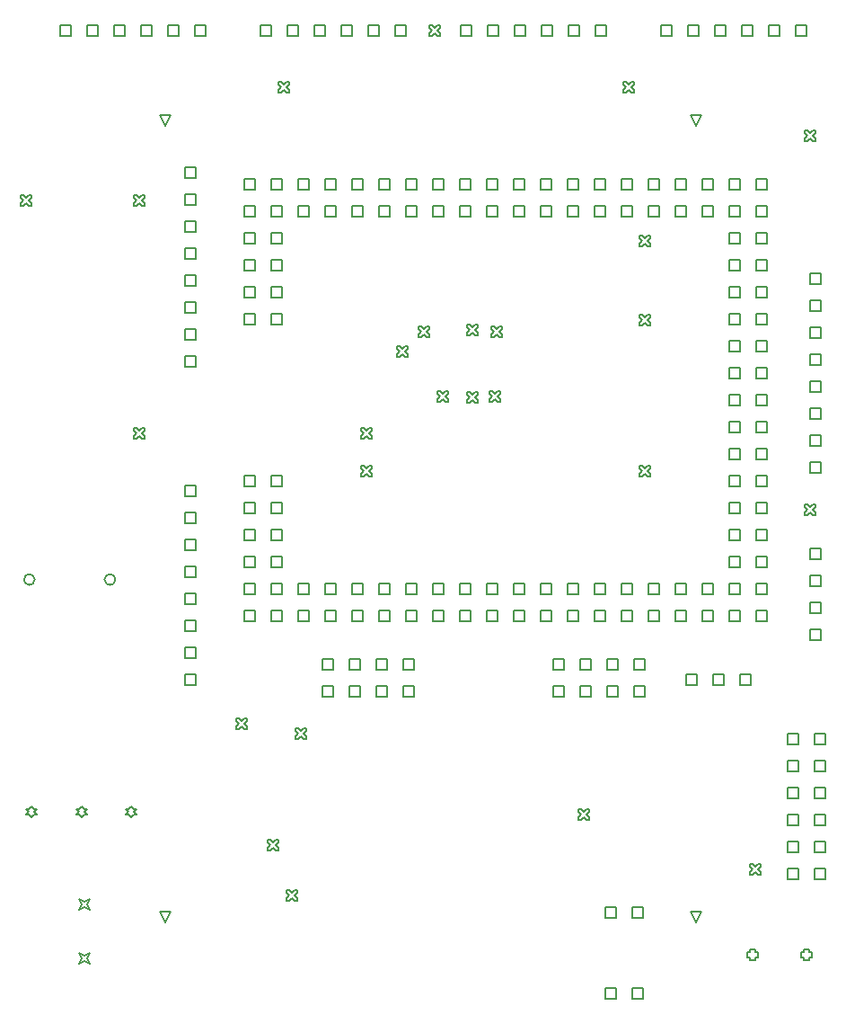
<source format=gbr>
%TF.GenerationSoftware,Altium Limited,Altium Designer,22.3.1 (43)*%
G04 Layer_Color=2752767*
%FSLAX26Y26*%
%MOIN*%
%TF.SameCoordinates,A6686B76-6886-4B69-866F-DC8958589E3E*%
%TF.FilePolarity,Positive*%
%TF.FileFunction,Drawing*%
%TF.Part,Single*%
G01*
G75*
%TA.AperFunction,NonConductor*%
%ADD54C,0.005000*%
%ADD114C,0.006667*%
D54*
X2990000Y1420000D02*
Y1460000D01*
X3030000D01*
Y1420000D01*
X2990000D01*
Y1520000D02*
Y1560000D01*
X3030000D01*
Y1520000D01*
X2990000D01*
Y1620000D02*
Y1660000D01*
X3030000D01*
Y1620000D01*
X2990000D01*
Y1720000D02*
Y1760000D01*
X3030000D01*
Y1720000D01*
X2990000D01*
X670000Y1255000D02*
Y1295000D01*
X710000D01*
Y1255000D01*
X670000D01*
Y1355000D02*
Y1395000D01*
X710000D01*
Y1355000D01*
X670000D01*
Y1455000D02*
Y1495000D01*
X710000D01*
Y1455000D01*
X670000D01*
Y1555000D02*
Y1595000D01*
X710000D01*
Y1555000D01*
X670000D01*
Y1655000D02*
Y1695000D01*
X710000D01*
Y1655000D01*
X670000D01*
Y1755000D02*
Y1795000D01*
X710000D01*
Y1755000D01*
X670000D01*
Y1855000D02*
Y1895000D01*
X710000D01*
Y1855000D01*
X670000D01*
Y1955000D02*
Y1995000D01*
X710000D01*
Y1955000D01*
X670000D01*
X2690000Y1590000D02*
Y1630000D01*
X2730000D01*
Y1590000D01*
X2690000D01*
Y1490000D02*
Y1530000D01*
X2730000D01*
Y1490000D01*
X2690000D01*
X2790000Y1590000D02*
Y1630000D01*
X2830000D01*
Y1590000D01*
X2790000D01*
Y1490000D02*
Y1530000D01*
X2830000D01*
Y1490000D01*
X2790000D01*
X2690000Y1690000D02*
Y1730000D01*
X2730000D01*
Y1690000D01*
X2690000D01*
X2790000D02*
Y1730000D01*
X2830000D01*
Y1690000D01*
X2790000D01*
X2690000Y1790000D02*
Y1830000D01*
X2730000D01*
Y1790000D01*
X2690000D01*
X2790000D02*
Y1830000D01*
X2830000D01*
Y1790000D01*
X2790000D01*
X2690000Y1890000D02*
Y1930000D01*
X2730000D01*
Y1890000D01*
X2690000D01*
X2790000D02*
Y1930000D01*
X2830000D01*
Y1890000D01*
X2790000D01*
X2690000Y1990000D02*
Y2030000D01*
X2730000D01*
Y1990000D01*
X2690000D01*
X2790000D02*
Y2030000D01*
X2830000D01*
Y1990000D01*
X2790000D01*
X2690000Y2090000D02*
Y2130000D01*
X2730000D01*
Y2090000D01*
X2690000D01*
X2790000D02*
Y2130000D01*
X2830000D01*
Y2090000D01*
X2790000D01*
X2690000Y2190000D02*
Y2230000D01*
X2730000D01*
Y2190000D01*
X2690000D01*
X2790000D02*
Y2230000D01*
X2830000D01*
Y2190000D01*
X2790000D01*
X2690000Y2290000D02*
Y2330000D01*
X2730000D01*
Y2290000D01*
X2690000D01*
X2790000D02*
Y2330000D01*
X2830000D01*
Y2290000D01*
X2790000D01*
X2690000Y2390000D02*
Y2430000D01*
X2730000D01*
Y2390000D01*
X2690000D01*
X2790000D02*
Y2430000D01*
X2830000D01*
Y2390000D01*
X2790000D01*
X2690000Y2490000D02*
Y2530000D01*
X2730000D01*
Y2490000D01*
X2690000D01*
X2790000D02*
Y2530000D01*
X2830000D01*
Y2490000D01*
X2790000D01*
X2690000Y2590000D02*
Y2630000D01*
X2730000D01*
Y2590000D01*
X2690000D01*
X2790000D02*
Y2630000D01*
X2830000D01*
Y2590000D01*
X2790000D01*
X2690000Y2690000D02*
Y2730000D01*
X2730000D01*
Y2690000D01*
X2690000D01*
X2790000D02*
Y2730000D01*
X2830000D01*
Y2690000D01*
X2790000D01*
X2690000Y2790000D02*
Y2830000D01*
X2730000D01*
Y2790000D01*
X2690000D01*
X2790000D02*
Y2830000D01*
X2830000D01*
Y2790000D01*
X2790000D01*
X2690000Y2890000D02*
Y2930000D01*
X2730000D01*
Y2890000D01*
X2690000D01*
X2790000D02*
Y2930000D01*
X2830000D01*
Y2890000D01*
X2790000D01*
X2590000Y1490000D02*
Y1530000D01*
X2630000D01*
Y1490000D01*
X2590000D01*
Y1590000D02*
Y1630000D01*
X2630000D01*
Y1590000D01*
X2590000D01*
X2490000Y1490000D02*
Y1530000D01*
X2530000D01*
Y1490000D01*
X2490000D01*
Y1590000D02*
Y1630000D01*
X2530000D01*
Y1590000D01*
X2490000D01*
X2390000Y1490000D02*
Y1530000D01*
X2430000D01*
Y1490000D01*
X2390000D01*
Y1590000D02*
Y1630000D01*
X2430000D01*
Y1590000D01*
X2390000D01*
X2290000Y1490000D02*
Y1530000D01*
X2330000D01*
Y1490000D01*
X2290000D01*
Y1590000D02*
Y1630000D01*
X2330000D01*
Y1590000D01*
X2290000D01*
X2190000Y1490000D02*
Y1530000D01*
X2230000D01*
Y1490000D01*
X2190000D01*
Y1590000D02*
Y1630000D01*
X2230000D01*
Y1590000D01*
X2190000D01*
X2090000Y1490000D02*
Y1530000D01*
X2130000D01*
Y1490000D01*
X2090000D01*
Y1590000D02*
Y1630000D01*
X2130000D01*
Y1590000D01*
X2090000D01*
X1990000Y1490000D02*
Y1530000D01*
X2030000D01*
Y1490000D01*
X1990000D01*
Y1590000D02*
Y1630000D01*
X2030000D01*
Y1590000D01*
X1990000D01*
X1890000Y1490000D02*
Y1530000D01*
X1930000D01*
Y1490000D01*
X1890000D01*
Y1590000D02*
Y1630000D01*
X1930000D01*
Y1590000D01*
X1890000D01*
X1790000Y1490000D02*
Y1530000D01*
X1830000D01*
Y1490000D01*
X1790000D01*
Y1590000D02*
Y1630000D01*
X1830000D01*
Y1590000D01*
X1790000D01*
X1690000Y1490000D02*
Y1530000D01*
X1730000D01*
Y1490000D01*
X1690000D01*
Y1590000D02*
Y1630000D01*
X1730000D01*
Y1590000D01*
X1690000D01*
X2490000Y2990000D02*
Y3030000D01*
X2530000D01*
Y2990000D01*
X2490000D01*
Y3090000D02*
Y3130000D01*
X2530000D01*
Y3090000D01*
X2490000D01*
X2590000Y2990000D02*
Y3030000D01*
X2630000D01*
Y2990000D01*
X2590000D01*
Y3090000D02*
Y3130000D01*
X2630000D01*
Y3090000D01*
X2590000D01*
X2690000Y2990000D02*
Y3030000D01*
X2730000D01*
Y2990000D01*
X2690000D01*
X2790000D02*
Y3030000D01*
X2830000D01*
Y2990000D01*
X2790000D01*
X2690000Y3090000D02*
Y3130000D01*
X2730000D01*
Y3090000D01*
X2690000D01*
X2790000D02*
Y3130000D01*
X2830000D01*
Y3090000D01*
X2790000D01*
X1590000Y1490000D02*
Y1530000D01*
X1630000D01*
Y1490000D01*
X1590000D01*
Y1590000D02*
Y1630000D01*
X1630000D01*
Y1590000D01*
X1590000D01*
X1490000Y1490000D02*
Y1530000D01*
X1530000D01*
Y1490000D01*
X1490000D01*
Y1590000D02*
Y1630000D01*
X1530000D01*
Y1590000D01*
X1490000D01*
X1390000Y1490000D02*
Y1530000D01*
X1430000D01*
Y1490000D01*
X1390000D01*
Y1590000D02*
Y1630000D01*
X1430000D01*
Y1590000D01*
X1390000D01*
X1290000Y1490000D02*
Y1530000D01*
X1330000D01*
Y1490000D01*
X1290000D01*
Y1590000D02*
Y1630000D01*
X1330000D01*
Y1590000D01*
X1290000D01*
X1190000Y1490000D02*
Y1530000D01*
X1230000D01*
Y1490000D01*
X1190000D01*
Y1590000D02*
Y1630000D01*
X1230000D01*
Y1590000D01*
X1190000D01*
X1090000Y1490000D02*
Y1530000D01*
X1130000D01*
Y1490000D01*
X1090000D01*
Y1590000D02*
Y1630000D01*
X1130000D01*
Y1590000D01*
X1090000D01*
X990000Y1490000D02*
Y1530000D01*
X1030000D01*
Y1490000D01*
X990000D01*
Y1590000D02*
Y1630000D01*
X1030000D01*
Y1590000D01*
X990000D01*
X890000Y1490000D02*
Y1530000D01*
X930000D01*
Y1490000D01*
X890000D01*
Y1590000D02*
Y1630000D01*
X930000D01*
Y1590000D01*
X890000D01*
Y1690000D02*
Y1730000D01*
X930000D01*
Y1690000D01*
X890000D01*
X990000D02*
Y1730000D01*
X1030000D01*
Y1690000D01*
X990000D01*
X890000Y1790000D02*
Y1830000D01*
X930000D01*
Y1790000D01*
X890000D01*
X990000D02*
Y1830000D01*
X1030000D01*
Y1790000D01*
X990000D01*
X890000Y1890000D02*
Y1930000D01*
X930000D01*
Y1890000D01*
X890000D01*
X990000D02*
Y1930000D01*
X1030000D01*
Y1890000D01*
X990000D01*
X890000Y1990000D02*
Y2030000D01*
X930000D01*
Y1990000D01*
X890000D01*
X990000D02*
Y2030000D01*
X1030000D01*
Y1990000D01*
X990000D01*
Y2590000D02*
Y2630000D01*
X1030000D01*
Y2590000D01*
X990000D01*
X890000D02*
Y2630000D01*
X930000D01*
Y2590000D01*
X890000D01*
X990000Y2690000D02*
Y2730000D01*
X1030000D01*
Y2690000D01*
X990000D01*
X890000D02*
Y2730000D01*
X930000D01*
Y2690000D01*
X890000D01*
X990000Y2790000D02*
Y2830000D01*
X1030000D01*
Y2790000D01*
X990000D01*
X890000D02*
Y2830000D01*
X930000D01*
Y2790000D01*
X890000D01*
X990000Y2890000D02*
Y2930000D01*
X1030000D01*
Y2890000D01*
X990000D01*
X890000D02*
Y2930000D01*
X930000D01*
Y2890000D01*
X890000D01*
Y2990000D02*
Y3030000D01*
X930000D01*
Y2990000D01*
X890000D01*
Y3090000D02*
Y3130000D01*
X930000D01*
Y3090000D01*
X890000D01*
X990000Y2990000D02*
Y3030000D01*
X1030000D01*
Y2990000D01*
X990000D01*
Y3090000D02*
Y3130000D01*
X1030000D01*
Y3090000D01*
X990000D01*
X1090000Y2990000D02*
Y3030000D01*
X1130000D01*
Y2990000D01*
X1090000D01*
Y3090000D02*
Y3130000D01*
X1130000D01*
Y3090000D01*
X1090000D01*
X1190000Y2990000D02*
Y3030000D01*
X1230000D01*
Y2990000D01*
X1190000D01*
Y3090000D02*
Y3130000D01*
X1230000D01*
Y3090000D01*
X1190000D01*
X1290000Y2990000D02*
Y3030000D01*
X1330000D01*
Y2990000D01*
X1290000D01*
Y3090000D02*
Y3130000D01*
X1330000D01*
Y3090000D01*
X1290000D01*
X1390000Y2990000D02*
Y3030000D01*
X1430000D01*
Y2990000D01*
X1390000D01*
Y3090000D02*
Y3130000D01*
X1430000D01*
Y3090000D01*
X1390000D01*
X1490000Y2990000D02*
Y3030000D01*
X1530000D01*
Y2990000D01*
X1490000D01*
Y3090000D02*
Y3130000D01*
X1530000D01*
Y3090000D01*
X1490000D01*
X1590000Y2990000D02*
Y3030000D01*
X1630000D01*
Y2990000D01*
X1590000D01*
Y3090000D02*
Y3130000D01*
X1630000D01*
Y3090000D01*
X1590000D01*
X1690000Y2990000D02*
Y3030000D01*
X1730000D01*
Y2990000D01*
X1690000D01*
Y3090000D02*
Y3130000D01*
X1730000D01*
Y3090000D01*
X1690000D01*
X1790000Y2990000D02*
Y3030000D01*
X1830000D01*
Y2990000D01*
X1790000D01*
Y3090000D02*
Y3130000D01*
X1830000D01*
Y3090000D01*
X1790000D01*
X1890000Y2990000D02*
Y3030000D01*
X1930000D01*
Y2990000D01*
X1890000D01*
Y3090000D02*
Y3130000D01*
X1930000D01*
Y3090000D01*
X1890000D01*
X1990000Y2990000D02*
Y3030000D01*
X2030000D01*
Y2990000D01*
X1990000D01*
Y3090000D02*
Y3130000D01*
X2030000D01*
Y3090000D01*
X1990000D01*
X2090000Y2990000D02*
Y3030000D01*
X2130000D01*
Y2990000D01*
X2090000D01*
Y3090000D02*
Y3130000D01*
X2130000D01*
Y3090000D01*
X2090000D01*
X2190000Y2990000D02*
Y3030000D01*
X2230000D01*
Y2990000D01*
X2190000D01*
Y3090000D02*
Y3130000D01*
X2230000D01*
Y3090000D01*
X2190000D01*
X2290000Y2990000D02*
Y3030000D01*
X2330000D01*
Y2990000D01*
X2290000D01*
Y3090000D02*
Y3130000D01*
X2330000D01*
Y3090000D01*
X2290000D01*
X2390000Y2990000D02*
Y3030000D01*
X2430000D01*
Y2990000D01*
X2390000D01*
Y3090000D02*
Y3130000D01*
X2430000D01*
Y3090000D01*
X2390000D01*
X205000Y3660000D02*
Y3700000D01*
X245000D01*
Y3660000D01*
X205000D01*
X705000D02*
Y3700000D01*
X745000D01*
Y3660000D01*
X705000D01*
X605000D02*
Y3700000D01*
X645000D01*
Y3660000D01*
X605000D01*
X505000D02*
Y3700000D01*
X545000D01*
Y3660000D01*
X505000D01*
X405000D02*
Y3700000D01*
X445000D01*
Y3660000D01*
X405000D01*
X305000D02*
Y3700000D01*
X345000D01*
Y3660000D01*
X305000D01*
X948334D02*
Y3700000D01*
X988334D01*
Y3660000D01*
X948334D01*
X1448334D02*
Y3700000D01*
X1488334D01*
Y3660000D01*
X1448334D01*
X1348334D02*
Y3700000D01*
X1388334D01*
Y3660000D01*
X1348334D01*
X1248334D02*
Y3700000D01*
X1288334D01*
Y3660000D01*
X1248334D01*
X1148334D02*
Y3700000D01*
X1188334D01*
Y3660000D01*
X1148334D01*
X1048334D02*
Y3700000D01*
X1088334D01*
Y3660000D01*
X1048334D01*
X1691666D02*
Y3700000D01*
X1731666D01*
Y3660000D01*
X1691666D01*
X2191666D02*
Y3700000D01*
X2231666D01*
Y3660000D01*
X2191666D01*
X2091666D02*
Y3700000D01*
X2131666D01*
Y3660000D01*
X2091666D01*
X1991666D02*
Y3700000D01*
X2031666D01*
Y3660000D01*
X1991666D01*
X1891666D02*
Y3700000D01*
X1931666D01*
Y3660000D01*
X1891666D01*
X1791666D02*
Y3700000D01*
X1831666D01*
Y3660000D01*
X1791666D01*
X2435000D02*
Y3700000D01*
X2475000D01*
Y3660000D01*
X2435000D01*
X2935000D02*
Y3700000D01*
X2975000D01*
Y3660000D01*
X2935000D01*
X2835000D02*
Y3700000D01*
X2875000D01*
Y3660000D01*
X2835000D01*
X2735000D02*
Y3700000D01*
X2775000D01*
Y3660000D01*
X2735000D01*
X2635000D02*
Y3700000D01*
X2675000D01*
Y3660000D01*
X2635000D01*
X2535000D02*
Y3700000D01*
X2575000D01*
Y3660000D01*
X2535000D01*
X2730000Y1255000D02*
Y1295000D01*
X2770000D01*
Y1255000D01*
X2730000D01*
X2630000D02*
Y1295000D01*
X2670000D01*
Y1255000D01*
X2630000D01*
X2530000D02*
Y1295000D01*
X2570000D01*
Y1255000D01*
X2530000D01*
X670000Y2435000D02*
Y2475000D01*
X710000D01*
Y2435000D01*
X670000D01*
Y2535000D02*
Y2575000D01*
X710000D01*
Y2535000D01*
X670000D01*
Y2635000D02*
Y2675000D01*
X710000D01*
Y2635000D01*
X670000D01*
Y2735000D02*
Y2775000D01*
X710000D01*
Y2735000D01*
X670000D01*
Y2835000D02*
Y2875000D01*
X710000D01*
Y2835000D01*
X670000D01*
Y2935000D02*
Y2975000D01*
X710000D01*
Y2935000D01*
X670000D01*
Y3035000D02*
Y3075000D01*
X710000D01*
Y3035000D01*
X670000D01*
Y3135000D02*
Y3175000D01*
X710000D01*
Y3135000D01*
X670000D01*
X2990000Y2040000D02*
Y2080000D01*
X3030000D01*
Y2040000D01*
X2990000D01*
Y2140000D02*
Y2180000D01*
X3030000D01*
Y2140000D01*
X2990000D01*
Y2240000D02*
Y2280000D01*
X3030000D01*
Y2240000D01*
X2990000D01*
Y2340000D02*
Y2380000D01*
X3030000D01*
Y2340000D01*
X2990000D01*
Y2440000D02*
Y2480000D01*
X3030000D01*
Y2440000D01*
X2990000D01*
Y2540000D02*
Y2580000D01*
X3030000D01*
Y2540000D01*
X2990000D01*
Y2640000D02*
Y2680000D01*
X3030000D01*
Y2640000D01*
X2990000D01*
Y2740000D02*
Y2780000D01*
X3030000D01*
Y2740000D01*
X2990000D01*
X2564704Y3326456D02*
X2544704Y3366456D01*
X2584704D01*
X2564704Y3326456D01*
X596200D02*
X576200Y3366456D01*
X616200D01*
X596200Y3326456D01*
X2905000Y1035000D02*
Y1075000D01*
X2945000D01*
Y1035000D01*
X2905000D01*
X3005000D02*
Y1075000D01*
X3045000D01*
Y1035000D01*
X3005000D01*
X2905000Y935000D02*
Y975000D01*
X2945000D01*
Y935000D01*
X2905000D01*
X3005000D02*
Y975000D01*
X3045000D01*
Y935000D01*
X3005000D01*
X2905000Y835000D02*
Y875000D01*
X2945000D01*
Y835000D01*
X2905000D01*
X3005000D02*
Y875000D01*
X3045000D01*
Y835000D01*
X3005000D01*
X2905000Y735000D02*
Y775000D01*
X2945000D01*
Y735000D01*
X2905000D01*
X3005000D02*
Y775000D01*
X3045000D01*
Y735000D01*
X3005000D01*
X2905000Y635000D02*
Y675000D01*
X2945000D01*
Y635000D01*
X2905000D01*
X3005000D02*
Y675000D01*
X3045000D01*
Y635000D01*
X3005000D01*
X2905000Y535000D02*
Y575000D01*
X2945000D01*
Y535000D01*
X2905000D01*
X3005000D02*
Y575000D01*
X3045000D01*
Y535000D01*
X3005000D01*
X2330000Y390000D02*
Y430000D01*
X2370000D01*
Y390000D01*
X2330000D01*
X2230000D02*
Y430000D01*
X2270000D01*
Y390000D01*
X2230000D01*
X2330000Y90000D02*
Y130000D01*
X2370000D01*
Y90000D01*
X2330000D01*
X2230000D02*
Y130000D01*
X2270000D01*
Y90000D01*
X2230000D01*
X100000Y765000D02*
X110000Y775000D01*
X120000D01*
X110000Y785000D01*
X120000Y795000D01*
X110000D01*
X100000Y805000D01*
X90000Y795000D01*
X80000D01*
X90000Y785000D01*
X80000Y775000D01*
X90000D01*
X100000Y765000D01*
X285040D02*
X295040Y775000D01*
X305040D01*
X295040Y785000D01*
X305040Y795000D01*
X295040D01*
X285040Y805000D01*
X275040Y795000D01*
X265040D01*
X275040Y785000D01*
X265040Y775000D01*
X275040D01*
X285040Y765000D01*
X470080D02*
X480080Y775000D01*
X490080D01*
X480080Y785000D01*
X490080Y795000D01*
X480080D01*
X470080Y805000D01*
X460080Y795000D01*
X450080D01*
X460080Y785000D01*
X450080Y775000D01*
X460080D01*
X470080Y765000D01*
X2564704Y373700D02*
X2544704Y413700D01*
X2584704D01*
X2564704Y373700D01*
X596200D02*
X576200Y413700D01*
X616200D01*
X596200Y373700D01*
X275000Y420000D02*
X285000Y440000D01*
X275000Y460000D01*
X295000Y450000D01*
X315000Y460000D01*
X305000Y440000D01*
X315000Y420000D01*
X295000Y430000D01*
X275000Y420000D01*
Y220000D02*
X285000Y240000D01*
X275000Y260000D01*
X295000Y250000D01*
X315000Y260000D01*
X305000Y240000D01*
X315000Y220000D01*
X295000Y230000D01*
X275000Y220000D01*
X2765000Y245000D02*
Y235000D01*
X2785000D01*
Y245000D01*
X2795000D01*
Y265000D01*
X2785000D01*
Y275000D01*
X2765000D01*
Y265000D01*
X2755000D01*
Y245000D01*
X2765000D01*
X2965000D02*
Y235000D01*
X2985000D01*
Y245000D01*
X2995000D01*
Y265000D01*
X2985000D01*
Y275000D01*
X2965000D01*
Y265000D01*
X2955000D01*
Y245000D01*
X2965000D01*
X1180000Y1210000D02*
Y1250000D01*
X1220000D01*
Y1210000D01*
X1180000D01*
Y1310000D02*
Y1350000D01*
X1220000D01*
Y1310000D01*
X1180000D01*
X1280000Y1210000D02*
Y1250000D01*
X1320000D01*
Y1210000D01*
X1280000D01*
Y1310000D02*
Y1350000D01*
X1320000D01*
Y1310000D01*
X1280000D01*
X1380000Y1210000D02*
Y1250000D01*
X1420000D01*
Y1210000D01*
X1380000D01*
Y1310000D02*
Y1350000D01*
X1420000D01*
Y1310000D01*
X1380000D01*
X1480000D02*
Y1350000D01*
X1520000D01*
Y1310000D01*
X1480000D01*
Y1210000D02*
Y1250000D01*
X1520000D01*
Y1210000D01*
X1480000D01*
X2035000D02*
Y1250000D01*
X2075000D01*
Y1210000D01*
X2035000D01*
Y1310000D02*
Y1350000D01*
X2075000D01*
Y1310000D01*
X2035000D01*
X2135000Y1210000D02*
Y1250000D01*
X2175000D01*
Y1210000D01*
X2135000D01*
Y1310000D02*
Y1350000D01*
X2175000D01*
Y1310000D01*
X2135000D01*
X2235000Y1210000D02*
Y1250000D01*
X2275000D01*
Y1210000D01*
X2235000D01*
Y1310000D02*
Y1350000D01*
X2275000D01*
Y1310000D01*
X2235000D01*
X2335000D02*
Y1350000D01*
X2375000D01*
Y1310000D01*
X2335000D01*
Y1210000D02*
Y1250000D01*
X2375000D01*
Y1210000D01*
X2335000D01*
X2970617Y1883235D02*
X2980617D01*
X2990617Y1893235D01*
X3000617Y1883235D01*
X3010617D01*
Y1893235D01*
X3000617Y1903235D01*
X3010617Y1913235D01*
Y1923235D01*
X3000617D01*
X2990617Y1913235D01*
X2980617Y1923235D01*
X2970617D01*
Y1913235D01*
X2980617Y1903235D01*
X2970617Y1893235D01*
Y1883235D01*
X2130000Y755000D02*
X2140000D01*
X2150000Y765000D01*
X2160000Y755000D01*
X2170000D01*
Y765000D01*
X2160000Y775000D01*
X2170000Y785000D01*
Y795000D01*
X2160000D01*
X2150000Y785000D01*
X2140000Y795000D01*
X2130000D01*
Y785000D01*
X2140000Y775000D01*
X2130000Y765000D01*
Y755000D01*
X2295000Y3450000D02*
X2305000D01*
X2315000Y3460000D01*
X2325000Y3450000D01*
X2335000D01*
Y3460000D01*
X2325000Y3470000D01*
X2335000Y3480000D01*
Y3490000D01*
X2325000D01*
X2315000Y3480000D01*
X2305000Y3490000D01*
X2295000D01*
Y3480000D01*
X2305000Y3470000D01*
X2295000Y3460000D01*
Y3450000D01*
X1575641Y3661618D02*
X1585641D01*
X1595641Y3671618D01*
X1605641Y3661618D01*
X1615641D01*
Y3671618D01*
X1605641Y3681618D01*
X1615641Y3691618D01*
Y3701618D01*
X1605641D01*
X1595641Y3691618D01*
X1585641Y3701618D01*
X1575641D01*
Y3691618D01*
X1585641Y3681618D01*
X1575641Y3671618D01*
Y3661618D01*
X1015000Y3450000D02*
X1025000D01*
X1035000Y3460000D01*
X1045000Y3450000D01*
X1055000D01*
Y3460000D01*
X1045000Y3470000D01*
X1055000Y3480000D01*
Y3490000D01*
X1045000D01*
X1035000Y3480000D01*
X1025000Y3490000D01*
X1015000D01*
Y3480000D01*
X1025000Y3470000D01*
X1015000Y3460000D01*
Y3450000D01*
X60000Y3030000D02*
X70000D01*
X80000Y3040000D01*
X90000Y3030000D01*
X100000D01*
Y3040000D01*
X90000Y3050000D01*
X100000Y3060000D01*
Y3070000D01*
X90000D01*
X80000Y3060000D01*
X70000Y3070000D01*
X60000D01*
Y3060000D01*
X70000Y3050000D01*
X60000Y3040000D01*
Y3030000D01*
X479993Y2167170D02*
X489993D01*
X499993Y2177170D01*
X509993Y2167170D01*
X519992D01*
Y2177170D01*
X509993Y2187170D01*
X519992Y2197170D01*
Y2207170D01*
X509993D01*
X499993Y2197170D01*
X489993Y2207170D01*
X479993D01*
Y2197170D01*
X489993Y2187170D01*
X479993Y2177170D01*
Y2167170D01*
X1080466Y1053919D02*
X1090466D01*
X1100466Y1063919D01*
X1110466Y1053919D01*
X1120466D01*
Y1063919D01*
X1110466Y1073919D01*
X1120466Y1083919D01*
Y1093919D01*
X1110466D01*
X1100466Y1083919D01*
X1090466Y1093919D01*
X1080466D01*
Y1083919D01*
X1090466Y1073919D01*
X1080466Y1063919D01*
Y1053919D01*
X2970617Y3270000D02*
X2980617D01*
X2990617Y3280000D01*
X3000617Y3270000D01*
X3010617D01*
Y3280000D01*
X3000617Y3290000D01*
X3010617Y3300000D01*
Y3310000D01*
X3000617D01*
X2990617Y3300000D01*
X2980617Y3310000D01*
X2970617D01*
Y3300000D01*
X2980617Y3290000D01*
X2970617Y3280000D01*
Y3270000D01*
X2355000Y2027854D02*
X2365000D01*
X2375000Y2037854D01*
X2385000Y2027854D01*
X2395000D01*
Y2037854D01*
X2385000Y2047854D01*
X2395000Y2057854D01*
Y2067854D01*
X2385000D01*
X2375000Y2057854D01*
X2365000Y2067854D01*
X2355000D01*
Y2057854D01*
X2365000Y2047854D01*
X2355000Y2037854D01*
Y2027854D01*
X1321596D02*
X1331596D01*
X1341596Y2037854D01*
X1351596Y2027854D01*
X1361596D01*
Y2037854D01*
X1351596Y2047854D01*
X1361596Y2057854D01*
Y2067854D01*
X1351596D01*
X1341596Y2057854D01*
X1331596Y2067854D01*
X1321596D01*
Y2057854D01*
X1331596Y2047854D01*
X1321596Y2037854D01*
Y2027854D01*
X2355000Y2880000D02*
X2365000D01*
X2375000Y2890000D01*
X2385000Y2880000D01*
X2395000D01*
Y2890000D01*
X2385000Y2900000D01*
X2395000Y2910000D01*
Y2920000D01*
X2385000D01*
X2375000Y2910000D01*
X2365000Y2920000D01*
X2355000D01*
Y2910000D01*
X2365000Y2900000D01*
X2355000Y2890000D01*
Y2880000D01*
X479993Y3030000D02*
X489993D01*
X499993Y3040000D01*
X509993Y3030000D01*
X519992D01*
Y3040000D01*
X509993Y3050000D01*
X519992Y3060000D01*
Y3070000D01*
X509993D01*
X499993Y3060000D01*
X489993Y3070000D01*
X479993D01*
Y3060000D01*
X489993Y3050000D01*
X479993Y3040000D01*
Y3030000D01*
X860000Y1090000D02*
X870000D01*
X880000Y1100000D01*
X890000Y1090000D01*
X900000D01*
Y1100000D01*
X890000Y1110000D01*
X900000Y1120000D01*
Y1130000D01*
X890000D01*
X880000Y1120000D01*
X870000Y1130000D01*
X860000D01*
Y1120000D01*
X870000Y1110000D01*
X860000Y1100000D01*
Y1090000D01*
X2355000Y2585558D02*
X2365000D01*
X2375000Y2595558D01*
X2385000Y2585558D01*
X2395000D01*
Y2595558D01*
X2385000Y2605558D01*
X2395000Y2615558D01*
Y2625558D01*
X2385000D01*
X2375000Y2615558D01*
X2365000Y2625558D01*
X2355000D01*
Y2615558D01*
X2365000Y2605558D01*
X2355000Y2595558D01*
Y2585558D01*
X1321596Y2167170D02*
X1331596D01*
X1341596Y2177170D01*
X1351596Y2167170D01*
X1361596D01*
Y2177170D01*
X1351596Y2187170D01*
X1361596Y2197170D01*
Y2207170D01*
X1351596D01*
X1341596Y2197170D01*
X1331596Y2207170D01*
X1321596D01*
Y2197170D01*
X1331596Y2187170D01*
X1321596Y2177170D01*
Y2167170D01*
X1045000Y455000D02*
X1055000D01*
X1065000Y465000D01*
X1075000Y455000D01*
X1085000D01*
Y465000D01*
X1075000Y475000D01*
X1085000Y485000D01*
Y495000D01*
X1075000D01*
X1065000Y485000D01*
X1055000Y495000D01*
X1045000D01*
Y485000D01*
X1055000Y475000D01*
X1045000Y465000D01*
Y455000D01*
X2765000Y550000D02*
X2775000D01*
X2785000Y560000D01*
X2795000Y550000D01*
X2805000D01*
Y560000D01*
X2795000Y570000D01*
X2805000Y580000D01*
Y590000D01*
X2795000D01*
X2785000Y580000D01*
X2775000Y590000D01*
X2765000D01*
Y580000D01*
X2775000Y570000D01*
X2765000Y560000D01*
Y550000D01*
X1455000Y2470000D02*
X1465000D01*
X1475000Y2480000D01*
X1485000Y2470000D01*
X1495000D01*
Y2480000D01*
X1485000Y2490000D01*
X1495000Y2500000D01*
Y2510000D01*
X1485000D01*
X1475000Y2500000D01*
X1465000Y2510000D01*
X1455000D01*
Y2500000D01*
X1465000Y2490000D01*
X1455000Y2480000D01*
Y2470000D01*
X1715000Y2550000D02*
X1725000D01*
X1735000Y2560000D01*
X1745000Y2550000D01*
X1755000D01*
Y2560000D01*
X1745000Y2570000D01*
X1755000Y2580000D01*
Y2590000D01*
X1745000D01*
X1735000Y2580000D01*
X1725000Y2590000D01*
X1715000D01*
Y2580000D01*
X1725000Y2570000D01*
X1715000Y2560000D01*
Y2550000D01*
X1535000Y2545000D02*
X1545000D01*
X1555000Y2555000D01*
X1565000Y2545000D01*
X1575000D01*
Y2555000D01*
X1565000Y2565000D01*
X1575000Y2575000D01*
Y2585000D01*
X1565000D01*
X1555000Y2575000D01*
X1545000Y2585000D01*
X1535000D01*
Y2575000D01*
X1545000Y2565000D01*
X1535000Y2555000D01*
Y2545000D01*
X1805000D02*
X1815000D01*
X1825000Y2555000D01*
X1835000Y2545000D01*
X1845000D01*
Y2555000D01*
X1835000Y2565000D01*
X1845000Y2575000D01*
Y2585000D01*
X1835000D01*
X1825000Y2575000D01*
X1815000Y2585000D01*
X1805000D01*
Y2575000D01*
X1815000Y2565000D01*
X1805000Y2555000D01*
Y2545000D01*
X1800000Y2305000D02*
X1810000D01*
X1820000Y2315000D01*
X1830000Y2305000D01*
X1840000D01*
Y2315000D01*
X1830000Y2325000D01*
X1840000Y2335000D01*
Y2345000D01*
X1830000D01*
X1820000Y2335000D01*
X1810000Y2345000D01*
X1800000D01*
Y2335000D01*
X1810000Y2325000D01*
X1800000Y2315000D01*
Y2305000D01*
X1716506Y2301046D02*
X1726506D01*
X1736506Y2311046D01*
X1746506Y2301046D01*
X1756506D01*
Y2311046D01*
X1746506Y2321046D01*
X1756506Y2331046D01*
Y2341046D01*
X1746506D01*
X1736506Y2331046D01*
X1726506Y2341046D01*
X1716506D01*
Y2331046D01*
X1726506Y2321046D01*
X1716506Y2311046D01*
Y2301046D01*
X1605000Y2305104D02*
X1615000D01*
X1625000Y2315104D01*
X1635000Y2305104D01*
X1645000D01*
Y2315104D01*
X1635000Y2325104D01*
X1645000Y2335104D01*
Y2345104D01*
X1635000D01*
X1625000Y2335104D01*
X1615000Y2345104D01*
X1605000D01*
Y2335104D01*
X1615000Y2325104D01*
X1605000Y2315104D01*
Y2305104D01*
X975000Y640000D02*
X985000D01*
X995000Y650000D01*
X1005000Y640000D01*
X1015000D01*
Y650000D01*
X1005000Y660000D01*
X1015000Y670000D01*
Y680000D01*
X1005000D01*
X995000Y670000D01*
X985000Y680000D01*
X975000D01*
Y670000D01*
X985000Y660000D01*
X975000Y650000D01*
Y640000D01*
D114*
X111615Y1644999D02*
G03*
X111615Y1644999I-20000J0D01*
G01*
X410827D02*
G03*
X410827Y1644999I-20000J0D01*
G01*
%TF.MD5,88c9cca75cae4e0667959967100951bd*%
M02*

</source>
